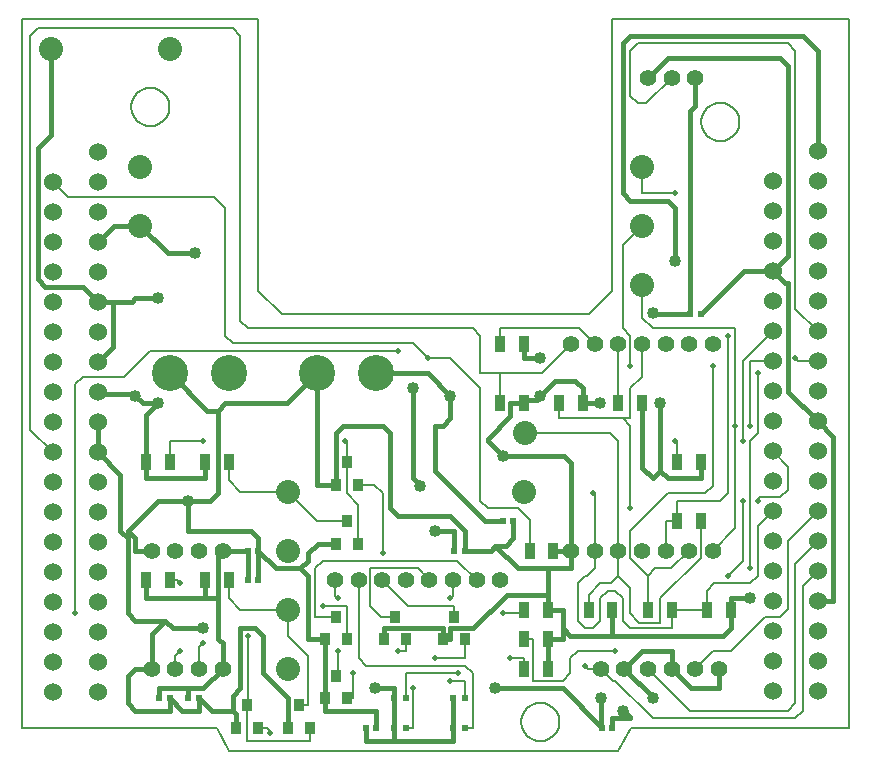
<source format=gbr>
G04 PROTEUS GERBER X2 FILE*
%TF.GenerationSoftware,Labcenter,Proteus,8.12-SP0-Build30713*%
%TF.CreationDate,2021-08-02T00:20:26+00:00*%
%TF.FileFunction,Copper,L2,Bot*%
%TF.FilePolarity,Positive*%
%TF.Part,Single*%
%TF.SameCoordinates,{4cff7d1c-7656-49df-93de-6e2fb68f4e0e}*%
%FSLAX45Y45*%
%MOMM*%
G01*
%TA.AperFunction,Conductor*%
%ADD10C,0.381000*%
%ADD11C,0.203200*%
%TA.AperFunction,ViaPad*%
%ADD12C,1.016000*%
%ADD13C,0.508000*%
%TA.AperFunction,ComponentPad*%
%ADD15C,1.524000*%
%TA.AperFunction,ComponentPad*%
%ADD16C,3.048000*%
%TA.AperFunction,WasherPad*%
%ADD19C,1.397000*%
%TA.AperFunction,ComponentPad*%
%ADD70C,2.032000*%
%TA.AperFunction,SMDPad,CuDef*%
%ADD20R,0.939800X1.447800*%
%TA.AperFunction,SMDPad,CuDef*%
%ADD22R,0.889000X1.016000*%
%TA.AperFunction,SMDPad,CuDef*%
%ADD23R,0.609600X0.609600*%
%ADD24R,0.558800X0.609600*%
%TA.AperFunction,Profile*%
%ADD21C,0.203200*%
%TD.AperFunction*%
D10*
X+3627000Y+2682500D02*
X+3627000Y+2809500D01*
X+3500000Y+2555500D02*
X+3500000Y+2174500D01*
X+3924500Y+1750000D01*
X+4070000Y+1750000D01*
X+3000380Y+3000000D02*
X+3436500Y+3000000D01*
X+3627000Y+2809500D01*
X+3500000Y+2555500D02*
X+3563500Y+2555500D01*
X+3627000Y+2619000D01*
X+3627000Y+2682500D01*
X+1150500Y+3635000D02*
X+960000Y+3635000D01*
X+931000Y+3606000D01*
X+769500Y+3606000D01*
X+769500Y+3508000D02*
X+769500Y+3606000D01*
X+5500000Y+500000D02*
X+5500000Y+650500D01*
X+5250500Y+650500D01*
X+5100000Y+500000D01*
X+641000Y+3606000D02*
X+769500Y+3606000D01*
X+641000Y+3606000D02*
X+514000Y+3733000D01*
X+198000Y+3733000D01*
X+134500Y+3796500D01*
X+134500Y+4905000D01*
X+250000Y+5020500D01*
X+250000Y+5750000D01*
X+5500000Y+500000D02*
X+5667000Y+333000D01*
X+5900000Y+333000D01*
X+5900000Y+500000D01*
X+769500Y+3508000D02*
X+769500Y+3226500D01*
X+641000Y+3098000D01*
X+1550000Y+1095000D02*
X+1050000Y+1095000D01*
X+1050000Y+1250000D01*
X+1658500Y+1095000D02*
X+1550000Y+1095000D01*
X+1700000Y+500000D02*
X+1700000Y+714000D01*
X+1658500Y+755500D01*
X+1658500Y+1095000D01*
X+1550000Y+1095000D02*
X+1550000Y+1250000D01*
X+3150000Y+250000D02*
X+3150000Y+333000D01*
X+2992000Y+333000D01*
X+3150000Y+250000D02*
X+3150000Y+0D01*
X+5660000Y+3500000D02*
X+5660000Y+5222500D01*
X+5700000Y+5262500D01*
X+5700000Y+5500000D01*
X+1404500Y+269500D02*
X+1404500Y+333000D01*
X+1700000Y+500000D02*
X+1533000Y+333000D01*
X+1404500Y+333000D01*
X+1160000Y+333000D01*
X+1160000Y+250000D01*
X+1658500Y+1250000D02*
X+1658500Y+1095000D01*
X+5660000Y+3500000D02*
X+5349500Y+3500000D01*
X+5341500Y+3508000D01*
X+1150500Y+2746000D02*
X+1023500Y+2746000D01*
X+960000Y+2809500D01*
X+641000Y+2844000D02*
X+660051Y+2824949D01*
X+944551Y+2824949D01*
X+960000Y+2809500D01*
X+1658500Y+1285500D02*
X+1658500Y+1250000D01*
X+3150000Y+0D02*
X+3150000Y-111500D01*
X+3650000Y+0D02*
X+3650000Y-111500D01*
X+3150000Y-111500D01*
X+2910000Y-111500D01*
X+2910000Y+0D01*
X+3500000Y+1666500D02*
X+3660000Y+1666500D01*
X+3660000Y+1500000D01*
X+1700000Y+1500000D02*
X+1658500Y+1458500D01*
X+1658500Y+1285500D01*
X+1404500Y+269500D02*
X+1404500Y+250000D01*
X+1410000Y+250000D01*
X+1050000Y+2250000D02*
X+1050000Y+2645500D01*
X+1150500Y+2746000D01*
X+1050000Y+2250000D02*
X+1050000Y+2111000D01*
X+1550000Y+2111000D01*
X+1550000Y+2250000D01*
X+1910000Y+1500000D02*
X+1910000Y+1250000D01*
X+3650000Y+0D02*
X+3650000Y+250000D01*
X+1700000Y+1500000D02*
X+1910000Y+1500000D01*
X+3309500Y+2873000D02*
X+3309500Y+2111000D01*
X+3373000Y+2047500D01*
D11*
X+5532000Y+2428500D02*
X+5550000Y+2410500D01*
X+5550000Y+2250000D01*
D10*
X+3562040Y+750000D02*
X+3627000Y+750000D01*
X+3627000Y+841000D01*
X+3817500Y+841000D01*
X+4102770Y+1126270D01*
X+4450000Y+1126270D01*
X+4450000Y+1349000D02*
X+4450000Y+1126270D01*
X+4579500Y+841000D02*
X+4643000Y+777500D01*
X+5000000Y+777500D01*
X+6000000Y+1000000D02*
X+6000000Y+841000D01*
X+5936500Y+777500D01*
X+5000000Y+777500D01*
X+4650000Y+1500000D02*
X+4650000Y+1349000D01*
X+4450000Y+1349000D01*
X+1785500Y+142500D02*
X+1812040Y+115960D01*
X+1812040Y+0D01*
X+1500000Y+250000D02*
X+1607500Y+142500D01*
X+1785500Y+142500D01*
X+6356000Y+3864000D02*
X+6458000Y+3762000D01*
X+6484500Y+3762000D01*
X+6484500Y+2846500D01*
X+6737000Y+2594000D01*
X+4450000Y+1000000D02*
X+4450000Y+1126270D01*
X+4250000Y+2750000D02*
X+4135000Y+2750000D01*
X+4135000Y+2639605D01*
X+3944500Y+2449105D01*
X+3944500Y+2428500D01*
X+4071500Y+2301500D01*
X+1785500Y+206000D02*
X+1785500Y+269500D01*
X+1849000Y+333000D01*
X+1849000Y+841000D01*
X+1976000Y+841000D01*
X+2039500Y+777500D01*
X+2039500Y+460000D01*
X+2250000Y+249500D01*
X+2250000Y+0D01*
X+3562040Y+841000D02*
X+3062040Y+841000D01*
X+3062040Y+750000D01*
X+4250000Y+2750000D02*
X+4250000Y+2777750D01*
X+4357250Y+2777750D01*
X+4389000Y+2809500D01*
X+4450000Y+750000D02*
X+4450000Y+500000D01*
X+3562040Y+750000D02*
X+3562040Y+841000D01*
X+6000000Y+1000000D02*
X+6000000Y+1095000D01*
X+6167000Y+1095000D01*
X+896500Y+1603000D02*
X+896500Y+968000D01*
X+960000Y+904500D01*
X+1214000Y+904500D01*
X+1404500Y+841000D02*
X+1277500Y+841000D01*
X+1214000Y+904500D01*
X+2562040Y+250000D02*
X+2562040Y+142500D01*
X+3000000Y+142500D01*
X+3000000Y+0D01*
X+2357000Y+1349000D02*
X+2420500Y+1412500D01*
X+2420500Y+1476000D01*
X+2504000Y+1559500D01*
X+2656020Y+1559500D01*
X+4750000Y+2750000D02*
X+4750000Y+2873000D01*
X+4686500Y+2936500D01*
X+4516000Y+2936500D01*
X+4389000Y+2809500D01*
X+4450000Y+1000000D02*
X+4579500Y+1000000D01*
X+4579500Y+841000D01*
X+5000000Y+777500D02*
X+5000000Y+1000000D01*
X+896500Y+1666500D02*
X+960000Y+1603000D01*
X+960000Y+1500000D01*
X+1100000Y+1500000D01*
X+4450000Y+750000D02*
X+4579500Y+750000D01*
X+4579500Y+841000D01*
X+4750000Y+2750000D02*
X+4750000Y+2746000D01*
X+4897000Y+2746000D01*
X+5405000Y+2174500D02*
X+5405000Y+2746000D01*
X+5405000Y+2174500D02*
X+5341500Y+2111000D01*
X+5250000Y+2202500D01*
X+5250000Y+2750000D01*
X+6737000Y+2594000D02*
X+6865500Y+2465500D01*
X+6865500Y+1095000D01*
X+641000Y+2336000D02*
X+833000Y+2144000D01*
X+833000Y+1666500D01*
X+896500Y+1603000D01*
X+5659000Y+2111000D02*
X+5468500Y+2111000D01*
X+5405000Y+2174500D01*
X+5659000Y+2111000D02*
X+5750000Y+2111000D01*
X+5750000Y+2250000D01*
X+4650000Y+1500000D02*
X+4650000Y+2238000D01*
X+4586500Y+2301500D01*
X+4071500Y+2301500D01*
X+6356000Y+3864000D02*
X+6114000Y+3864000D01*
X+5750000Y+3500000D01*
X+2500000Y+3000000D02*
X+2246000Y+2746000D01*
X+1722000Y+2746000D01*
X+1658500Y+2682500D01*
X+2500000Y+3000000D02*
X+2500000Y+2059500D01*
X+2656020Y+2059500D01*
X+1785500Y+206000D02*
X+1785500Y+142500D01*
X+1150500Y+841000D02*
X+1214000Y+904500D01*
X+1000000Y+4250000D02*
X+1234000Y+4016000D01*
X+1468000Y+4016000D01*
X+6356000Y+3864000D02*
X+6484500Y+3992500D01*
X+6484500Y+5603500D01*
X+6421000Y+5667000D01*
X+5467000Y+5667000D01*
X+5300000Y+5500000D01*
X+896500Y+1666500D02*
X+896500Y+1603000D01*
X+1250000Y+3000000D02*
X+1567500Y+2682500D01*
X+1658500Y+2682500D01*
X+2562040Y+750000D02*
X+2420500Y+750000D01*
X+2420500Y+1285500D01*
X+2357000Y+1349000D01*
X+4160000Y+1666500D02*
X+4160000Y+1603000D01*
X+4096500Y+1539500D01*
X+4008000Y+1539500D01*
X+2000000Y+1500000D02*
X+2000000Y+1603000D01*
X+1936500Y+1666500D01*
X+1658500Y+1666500D01*
X+1000000Y+4250000D02*
X+777000Y+4250000D01*
X+641000Y+4114000D01*
X+2000000Y+1500000D02*
X+2151000Y+1349000D01*
X+2357000Y+1349000D01*
X+1100000Y+500000D02*
X+960000Y+500000D01*
X+1404500Y+841000D02*
X+1531500Y+841000D01*
X+4198500Y+1349000D02*
X+4008000Y+1539500D01*
X+3750000Y+1500000D02*
X+3968500Y+1500000D01*
X+4008000Y+1539500D01*
X+4450000Y+1349000D02*
X+4389000Y+1349000D01*
X+6737000Y+1070000D02*
X+6865500Y+1070000D01*
X+6865500Y+1095000D01*
X+1658500Y+2682500D02*
X+1658500Y+1984000D01*
X+1595000Y+1920500D01*
X+1404500Y+1920500D01*
X+2562040Y+750000D02*
X+2562040Y+250000D01*
X+1250000Y+250000D02*
X+1250000Y+142500D01*
X+960000Y+142500D01*
X+896500Y+206000D01*
X+896500Y+436500D01*
X+960000Y+500000D01*
X+4389000Y+3127000D02*
X+4250000Y+3127000D01*
X+4250000Y+3250000D01*
X+1404500Y+1666500D02*
X+1658500Y+1666500D01*
X+641000Y+2590000D02*
X+641000Y+2336000D01*
X+1404500Y+1666500D02*
X+1404500Y+1920500D01*
X+4198500Y+1349000D02*
X+4389000Y+1349000D01*
X+1500000Y+250000D02*
X+1500000Y+142500D01*
X+1357500Y+142500D01*
X+1250000Y+250000D01*
X+2656020Y+2059500D02*
X+2656020Y+2492000D01*
X+2719520Y+2555500D01*
X+3055500Y+2555500D01*
X+3119000Y+2492000D01*
X+3119000Y+1857000D01*
X+3182500Y+1793500D01*
X+3627000Y+1793500D01*
X+3750000Y+1670500D01*
X+3750000Y+1500000D01*
X+4650000Y+1500000D02*
X+4500000Y+1500000D01*
X+896500Y+1666500D02*
X+1150500Y+1920500D01*
X+1404500Y+1920500D01*
X+2000000Y+1500000D02*
X+2000000Y+1250000D01*
X+1100000Y+500000D02*
X+1100000Y+790500D01*
X+1150500Y+841000D01*
X+4160000Y+1666500D02*
X+4160000Y+1750000D01*
D11*
X+1341000Y+650500D02*
X+1300000Y+609500D01*
X+1300000Y+500000D01*
X+2250000Y+1000000D02*
X+1849000Y+1000000D01*
X+1750000Y+1099000D01*
X+1750000Y+1250000D01*
X+2250000Y+1000000D02*
X+2250000Y+777500D01*
X+2420500Y+607000D01*
X+2420500Y+190500D01*
X+2343980Y+190500D01*
X+1531500Y+714000D02*
X+1500000Y+682500D01*
X+1500000Y+500000D01*
X+1906020Y+190500D02*
X+1906020Y+206000D01*
X+1912500Y+212480D01*
X+1912500Y+777500D01*
X+1341000Y+1222000D02*
X+1341000Y+1224600D01*
X+1315600Y+1250000D01*
X+1250000Y+1250000D01*
X+1906020Y+190500D02*
X+1906020Y-111500D01*
X+2437960Y-111500D01*
X+2437960Y+0D01*
X+3690500Y+460000D02*
X+3250000Y+460000D01*
X+3250000Y+250000D01*
X+3850000Y+1250000D02*
X+3687500Y+1412500D01*
X+2547500Y+1412500D01*
X+2484000Y+1349000D01*
X+2484000Y+940500D01*
X+2656020Y+940500D01*
X+3627000Y+396500D02*
X+3750000Y+396500D01*
X+3750000Y+250000D01*
X+3627000Y+1095000D02*
X+3650000Y+1118000D01*
X+3650000Y+1250000D01*
X+3450000Y+1250000D02*
X+3351000Y+1349000D01*
X+2950000Y+1349000D01*
X+2950000Y+1031500D01*
X+3041000Y+940500D01*
X+3156020Y+940500D01*
X+3309500Y+333000D02*
X+3309500Y+0D01*
X+3250000Y+0D01*
X+3050000Y+1250000D02*
X+3268500Y+1031500D01*
X+3656020Y+1031500D01*
X+3656020Y+940500D01*
X+2850000Y+1250000D02*
X+2850000Y+587000D01*
X+2913500Y+523500D01*
X+3754000Y+523500D01*
X+3817500Y+460000D01*
X+3817500Y+0D01*
X+3750000Y+0D01*
X+2674500Y+650500D02*
X+2674500Y+478480D01*
X+2656020Y+460000D01*
X+2656020Y+440500D01*
X+2674500Y+1095000D02*
X+2650000Y+1119500D01*
X+2650000Y+1250000D01*
X+5151000Y+3063500D02*
X+5151000Y+3317500D01*
X+5087500Y+3381000D01*
X+5087500Y+4087500D01*
X+5250000Y+4250000D01*
X+5300000Y+1285500D02*
X+5151000Y+1434500D01*
X+5151000Y+1666500D01*
X+5468500Y+1984000D01*
X+5786000Y+1984000D01*
X+5849500Y+2047500D01*
X+5849500Y+3063500D01*
X+5300000Y+1285500D02*
X+5363500Y+1349000D01*
X+5499000Y+1349000D01*
X+5650000Y+1500000D01*
X+5300000Y+1285500D02*
X+5300000Y+1000000D01*
X+5550000Y+1750000D02*
X+5550000Y+1920500D01*
X+5913000Y+1920500D01*
X+5976500Y+1984000D01*
X+5976500Y+3317500D01*
X+5532000Y+4524000D02*
X+5250000Y+4524000D01*
X+5250000Y+4750000D01*
X+5550000Y+1750000D02*
X+5450000Y+1750000D01*
X+5450000Y+1500000D01*
X+6040000Y+2555500D02*
X+6040000Y+1690000D01*
X+5850000Y+1500000D01*
X+6040000Y+2555500D02*
X+6040000Y+3381000D01*
X+5341500Y+3381000D01*
X+5250000Y+3472500D01*
X+5250000Y+3750000D01*
X+2250000Y+2000000D02*
X+1849000Y+2000000D01*
X+1750000Y+2099000D01*
X+1750000Y+2250000D01*
X+2250000Y+2000000D02*
X+2500000Y+1750000D01*
X+2750000Y+1750000D01*
X+2750000Y+2250000D02*
X+2750000Y+1984000D01*
X+2843980Y+1890020D01*
X+2843980Y+1559500D01*
X+1531500Y+2428500D02*
X+1250000Y+2428500D01*
X+1250000Y+2250000D01*
X+2750000Y+2250000D02*
X+2750000Y+2416500D01*
X+2738000Y+2428500D01*
X+3055500Y+1476000D02*
X+3055500Y+1984000D01*
X+2980000Y+2059500D01*
X+2843980Y+2059500D01*
X+6737000Y+3356000D02*
X+6548000Y+3545000D01*
X+6548000Y+5730500D01*
X+6484500Y+5794000D01*
X+5214500Y+5794000D01*
X+5151000Y+5730500D01*
X+5151000Y+5349500D01*
X+5214500Y+5286000D01*
X+5286000Y+5286000D01*
X+5500000Y+5500000D01*
X+6103500Y+2428500D02*
X+6103500Y+3103500D01*
X+6356000Y+3356000D01*
X+6167000Y+2555500D02*
X+6167000Y+3102000D01*
X+6356000Y+3102000D01*
X+5800000Y+1000000D02*
X+5800000Y+1158500D01*
X+5863500Y+1222000D01*
X+6167000Y+1222000D01*
X+6230500Y+1285500D01*
X+6230500Y+1706500D01*
X+6356000Y+1832000D01*
X+4850000Y+1500000D02*
X+4850000Y+1349000D01*
X+4786500Y+1285500D01*
X+4770000Y+1285500D01*
X+4706500Y+1222000D01*
X+4706500Y+904500D01*
X+4770000Y+841000D01*
X+4833500Y+841000D01*
X+4897000Y+904500D01*
X+4897000Y+1095000D01*
X+4960500Y+1158500D01*
X+5024000Y+1158500D01*
X+5087500Y+1095000D01*
X+5087500Y+904500D01*
X+5151000Y+841000D01*
X+5500000Y+841000D01*
X+5500000Y+1000000D01*
X+4850000Y+1500000D02*
X+4850000Y+1967500D01*
X+4833500Y+1984000D01*
X+5500000Y+1000000D02*
X+5500000Y+1000001D01*
X+5595500Y+1000001D01*
X+5595501Y+1000000D01*
X+5800000Y+1000000D01*
X+2801500Y+460000D02*
X+2801500Y+250000D01*
X+2750000Y+250000D01*
X+6548000Y+3127000D02*
X+6573000Y+3102000D01*
X+6737000Y+3102000D01*
X+4900000Y+500000D02*
X+5003500Y+396500D01*
X+5024000Y+396500D01*
X+5341500Y+79000D01*
X+6548000Y+79000D01*
X+6611500Y+142500D01*
X+6611500Y+1198500D01*
X+6737000Y+1324000D01*
X+4071500Y+968000D02*
X+4250000Y+968000D01*
X+4250000Y+1000000D01*
X+4900000Y+500000D02*
X+4793500Y+500000D01*
X+4770000Y+523500D01*
X+5300000Y+500000D02*
X+5657500Y+142500D01*
X+6484500Y+142500D01*
X+6548000Y+206000D01*
X+6548000Y+1389000D01*
X+6737000Y+1578000D01*
X+5024000Y+650500D02*
X+4706500Y+650500D01*
X+4643000Y+587000D01*
X+4643000Y+460000D01*
X+4579500Y+396500D01*
X+4325500Y+396500D01*
X+4325500Y+750000D01*
X+4250000Y+750000D01*
X+4135000Y+587000D02*
X+4250000Y+587000D01*
X+4250000Y+500000D01*
X+5700000Y+500000D02*
X+5850500Y+650500D01*
X+6005310Y+650500D01*
X+6294000Y+939190D01*
X+6421000Y+939190D01*
X+6484500Y+1002690D01*
X+6484500Y+1579500D01*
X+6737000Y+1832000D01*
X+5087500Y+2619000D02*
X+5151000Y+2619000D01*
X+5151000Y+2873000D01*
X+5250000Y+2972000D01*
X+5250000Y+3250000D01*
X+5087500Y+2619000D02*
X+5151000Y+2555500D01*
X+5151000Y+1857000D01*
X+5087500Y+2619000D02*
X+4550000Y+2619000D01*
X+4550000Y+2750000D01*
X+6230500Y+3000000D02*
X+6230500Y+2492000D01*
X+6167000Y+2428500D01*
X+6167000Y+1349000D01*
X+5050000Y+3250000D02*
X+5050000Y+2750000D01*
X+4850000Y+3250000D02*
X+4719000Y+3381000D01*
X+4050000Y+3381000D01*
X+4050000Y+3250000D01*
X+4050000Y+3000000D02*
X+4050000Y+2750000D01*
X+3881000Y+3000000D02*
X+4050000Y+3000000D01*
X+4400000Y+3000000D01*
X+4650000Y+3250000D01*
X+3881000Y+3000000D02*
X+3881000Y+3317500D01*
X+3817500Y+3381000D01*
X+1912500Y+3381000D01*
X+1849000Y+3444500D01*
X+1849000Y+5857500D01*
X+1785500Y+5921000D01*
X+134500Y+5921000D01*
X+71000Y+5857500D01*
X+71000Y+2525000D01*
X+260000Y+2336000D01*
X+3182500Y+650500D02*
X+3250000Y+650500D01*
X+3250000Y+750000D01*
X+2547500Y+1031500D02*
X+2750000Y+1031500D01*
X+2750000Y+750000D01*
X+5050000Y+1500000D02*
X+5050000Y+2428500D01*
X+4978500Y+2500000D01*
X+4262000Y+2500000D01*
X+5050000Y+1285500D02*
X+5151000Y+1184500D01*
X+5151000Y+968000D01*
X+5228345Y+890655D01*
X+5405000Y+890655D01*
X+5405000Y+1095000D01*
X+5750000Y+1440000D01*
X+5750000Y+1750000D01*
X+5050000Y+1500000D02*
X+5050000Y+1285500D01*
X+4986500Y+1222000D01*
X+4897000Y+1222000D01*
X+4800000Y+1125000D01*
X+4800000Y+1000000D01*
X+3436500Y+3127000D02*
X+3627000Y+3127000D01*
X+3881000Y+2873000D01*
X+3881000Y+1920500D01*
X+3944500Y+1857000D01*
X+4198500Y+1857000D01*
X+4300000Y+1755500D01*
X+4300000Y+1500000D01*
X+3436500Y+3127000D02*
X+3309500Y+3254000D01*
X+1785500Y+3254000D01*
X+1722000Y+3317500D01*
X+1722000Y+4397000D01*
X+1624000Y+4495000D01*
X+387000Y+4495000D01*
X+260000Y+4622000D01*
X+3500000Y+587000D02*
X+3750000Y+587000D01*
X+3750000Y+750000D01*
D10*
X+5532000Y+3952500D02*
X+5532000Y+4397000D01*
X+5468500Y+4460500D01*
X+5151000Y+4460500D01*
X+5087500Y+4524000D01*
X+5087500Y+5794000D01*
X+5151000Y+5857500D01*
X+6611500Y+5857500D01*
X+6737000Y+5732000D01*
X+6737000Y+4880000D01*
D11*
X+3182500Y+3190500D02*
X+1087000Y+3190500D01*
X+867500Y+2971000D01*
X+515500Y+2971000D01*
X+452000Y+2907500D01*
X+452000Y+968000D01*
X+6356000Y+2340000D02*
X+6484500Y+2211500D01*
X+6484500Y+2013420D01*
X+6421000Y+1949920D01*
X+6241180Y+1949920D01*
X+6241180Y+1931180D01*
X+6230500Y+1920500D01*
X+6103500Y+1920500D02*
X+6103500Y+1412500D01*
X+5976500Y+1285500D01*
X+2103000Y-48000D02*
X+2103000Y-25400D01*
X+2077600Y+0D01*
X+2000000Y+0D01*
D10*
X+5100000Y+500000D02*
X+5341901Y+258099D01*
X+5341901Y+254399D01*
X+5087500Y+142500D02*
X+5100200Y+142500D01*
X+5151000Y+91700D01*
X+5151000Y+79000D01*
X+5000000Y+79000D01*
X+5000000Y+0D01*
X+5341901Y+254399D02*
X+5341901Y+254324D01*
X+4903782Y+254324D02*
X+4903782Y+6218D01*
X+4910000Y+0D01*
X+4008000Y+333000D02*
X+4577000Y+333000D01*
X+4903782Y+6218D01*
D12*
X+3627000Y+2809500D03*
X+1150500Y+3635000D03*
X+4008000Y+333000D03*
X+2992000Y+333000D03*
X+5341500Y+3508000D03*
X+960000Y+2809500D03*
X+3500000Y+1666500D03*
X+3373000Y+2047500D03*
X+3309500Y+2873000D03*
X+1150500Y+2746000D03*
D13*
X+5532000Y+2428500D03*
D12*
X+6167000Y+1095000D03*
X+5087500Y+142500D03*
X+4897000Y+2746000D03*
X+5405000Y+2746000D03*
X+4071500Y+2301500D03*
X+1468000Y+4016000D03*
X+1531500Y+841000D03*
X+4389000Y+3127000D03*
X+1404500Y+1920500D03*
X+4389000Y+2809500D03*
D13*
X+1341000Y+650500D03*
X+1531500Y+714000D03*
X+1912500Y+777500D03*
X+1341000Y+1222000D03*
X+3690500Y+460000D03*
X+3627000Y+396500D03*
X+3627000Y+1095000D03*
X+3309500Y+333000D03*
X+2674500Y+650500D03*
X+2674500Y+1095000D03*
X+5151000Y+3063500D03*
X+5849500Y+3063500D03*
X+5976500Y+3317500D03*
X+5532000Y+4524000D03*
X+6040000Y+2555500D03*
X+1531500Y+2428500D03*
X+2738000Y+2428500D03*
X+3055500Y+1476000D03*
X+6103500Y+2428500D03*
X+6167000Y+2555500D03*
X+4833500Y+1984000D03*
X+2801500Y+460000D03*
X+6548000Y+3127000D03*
X+4071500Y+968000D03*
X+4770000Y+523500D03*
X+5024000Y+650500D03*
X+4135000Y+587000D03*
X+5151000Y+1857000D03*
X+6167000Y+1349000D03*
X+6230500Y+3000000D03*
X+3182500Y+650500D03*
X+2547500Y+1031500D03*
X+3436500Y+3127000D03*
X+3500000Y+587000D03*
D12*
X+5532000Y+3952500D03*
D13*
X+452000Y+968000D03*
X+3182500Y+3190500D03*
X+6230500Y+1920500D03*
X+6103500Y+1920500D03*
X+5976500Y+1285500D03*
X+2103000Y-48000D03*
D12*
X+5341901Y+254324D03*
X+4903782Y+254324D03*
D15*
X+641000Y+4876000D03*
X+260000Y+4622000D03*
X+641000Y+4622000D03*
X+260000Y+4368000D03*
X+641000Y+4368000D03*
X+260000Y+4114000D03*
X+641000Y+4114000D03*
X+260000Y+3860000D03*
X+641000Y+3860000D03*
X+260000Y+3606000D03*
X+641000Y+3606000D03*
X+260000Y+3352000D03*
X+641000Y+3352000D03*
X+260000Y+3098000D03*
X+641000Y+3098000D03*
X+260000Y+2844000D03*
X+641000Y+2844000D03*
X+260000Y+2590000D03*
X+641000Y+2590000D03*
X+260000Y+2336000D03*
X+641000Y+2336000D03*
X+260000Y+2082000D03*
X+641000Y+2082000D03*
X+260000Y+1828000D03*
X+641000Y+1828000D03*
X+260000Y+1574000D03*
X+641000Y+1574000D03*
X+260000Y+1320000D03*
X+641000Y+1320000D03*
X+260000Y+1066000D03*
X+641000Y+1066000D03*
X+260000Y+812000D03*
X+641000Y+812000D03*
X+260000Y+558000D03*
X+641000Y+558000D03*
X+260000Y+304000D03*
X+641000Y+304000D03*
X+6737000Y+4880000D03*
X+6356000Y+4626000D03*
X+6737000Y+4626000D03*
X+6356000Y+4372000D03*
X+6737000Y+4372000D03*
X+6356000Y+4118000D03*
X+6737000Y+4118000D03*
X+6356000Y+3864000D03*
X+6737000Y+3864000D03*
X+6356000Y+3610000D03*
X+6737000Y+3610000D03*
X+6356000Y+3356000D03*
X+6737000Y+3356000D03*
X+6356000Y+3102000D03*
X+6737000Y+3102000D03*
X+6356000Y+2848000D03*
X+6737000Y+2848000D03*
X+6356000Y+2594000D03*
X+6737000Y+2594000D03*
X+6356000Y+2340000D03*
X+6737000Y+2340000D03*
X+6356000Y+2086000D03*
X+6737000Y+2086000D03*
X+6356000Y+1832000D03*
X+6737000Y+1832000D03*
X+6356000Y+1578000D03*
X+6737000Y+1578000D03*
X+6356000Y+1324000D03*
X+6737000Y+1324000D03*
X+6356000Y+1070000D03*
X+6737000Y+1070000D03*
X+6356000Y+816000D03*
X+6737000Y+816000D03*
X+6356000Y+562000D03*
X+6737000Y+562000D03*
X+6356000Y+308000D03*
X+6737000Y+308000D03*
D16*
X+1250000Y+3000000D03*
X+1750380Y+3000000D03*
X+2500000Y+3000000D03*
X+3000380Y+3000000D03*
D19*
X+5900000Y+500000D03*
X+5700000Y+500000D03*
X+5500000Y+500000D03*
X+5300000Y+500000D03*
X+5100000Y+500000D03*
X+4900000Y+500000D03*
X+5850000Y+1500000D03*
X+5650000Y+1500000D03*
X+5450000Y+1500000D03*
X+5250000Y+1500000D03*
X+5050000Y+1500000D03*
X+4850000Y+1500000D03*
X+4650000Y+1500000D03*
X+5850000Y+3250000D03*
X+5650000Y+3250000D03*
X+5450000Y+3250000D03*
X+5250000Y+3250000D03*
X+5050000Y+3250000D03*
X+4850000Y+3250000D03*
X+4650000Y+3250000D03*
X+1700000Y+1500000D03*
X+1500000Y+1500000D03*
X+1300000Y+1500000D03*
X+1100000Y+1500000D03*
X+1700000Y+500000D03*
X+1500000Y+500000D03*
X+1300000Y+500000D03*
X+1100000Y+500000D03*
X+4050000Y+1250000D03*
X+3850000Y+1250000D03*
X+3650000Y+1250000D03*
X+3450000Y+1250000D03*
X+3250000Y+1250000D03*
X+3050000Y+1250000D03*
X+2850000Y+1250000D03*
X+2650000Y+1250000D03*
X+5700000Y+5500000D03*
X+5500000Y+5500000D03*
X+5300000Y+5500000D03*
D70*
X+250000Y+5750000D03*
X+1250000Y+5750000D03*
X+1000000Y+4750000D03*
X+1000000Y+4250000D03*
X+2250000Y+2000000D03*
X+2250000Y+1500000D03*
X+2250000Y+1000000D03*
X+2250000Y+500000D03*
X+4262000Y+2500000D03*
X+4250000Y+2000000D03*
D20*
X+4450000Y+1000000D03*
X+4250000Y+1000000D03*
X+4450000Y+750000D03*
X+4250000Y+750000D03*
X+4450000Y+500000D03*
X+4250000Y+500000D03*
X+4750000Y+2750000D03*
X+4550000Y+2750000D03*
X+5250000Y+2750000D03*
X+5050000Y+2750000D03*
X+4250000Y+3250000D03*
X+4050000Y+3250000D03*
X+4250000Y+2750000D03*
X+4050000Y+2750000D03*
X+1250000Y+2250000D03*
X+1050000Y+2250000D03*
X+1750000Y+2250000D03*
X+1550000Y+2250000D03*
X+1250000Y+1250000D03*
X+1050000Y+1250000D03*
X+1750000Y+1250000D03*
X+1550000Y+1250000D03*
D22*
X+2750000Y+2250000D03*
X+2843980Y+2059500D03*
X+2656020Y+2059500D03*
X+2750000Y+1750000D03*
X+2843980Y+1559500D03*
X+2656020Y+1559500D03*
X+1906020Y+190500D03*
X+2000000Y+0D03*
X+1812040Y+0D03*
X+2343980Y+190500D03*
X+2437960Y+0D03*
X+2250000Y+0D03*
D23*
X+5000000Y+0D03*
X+4910000Y+0D03*
X+2000000Y+1500000D03*
X+1910000Y+1500000D03*
X+2000000Y+1250000D03*
X+1910000Y+1250000D03*
X+1500000Y+250000D03*
X+1410000Y+250000D03*
X+1250000Y+250000D03*
X+1160000Y+250000D03*
D20*
X+5750000Y+2250000D03*
X+5550000Y+2250000D03*
X+5750000Y+1750000D03*
X+5550000Y+1750000D03*
X+5000000Y+1000000D03*
X+4800000Y+1000000D03*
X+5500000Y+1000000D03*
X+5300000Y+1000000D03*
X+6000000Y+1000000D03*
X+5800000Y+1000000D03*
D23*
X+4160000Y+1750000D03*
X+4070000Y+1750000D03*
X+5750000Y+3500000D03*
X+5660000Y+3500000D03*
D22*
X+2656020Y+940500D03*
X+2750000Y+750000D03*
X+2562040Y+750000D03*
X+3156020Y+940500D03*
X+3250000Y+750000D03*
X+3062040Y+750000D03*
X+3656020Y+940500D03*
X+3750000Y+750000D03*
X+3562040Y+750000D03*
X+2656020Y+440500D03*
X+2750000Y+250000D03*
X+2562040Y+250000D03*
D20*
X+4500000Y+1500000D03*
X+4300000Y+1500000D03*
D24*
X+3250000Y+250000D03*
X+3150000Y+250000D03*
X+3750000Y+250000D03*
X+3650000Y+250000D03*
X+3250000Y+0D03*
X+3150000Y+0D03*
X+3750000Y+0D03*
X+3650000Y+0D03*
D23*
X+3000000Y+0D03*
X+2910000Y+0D03*
D70*
X+5250000Y+4750000D03*
X+5250000Y+4250000D03*
X+5250000Y+3750000D03*
D23*
X+3750000Y+1500000D03*
X+3660000Y+1500000D03*
D21*
X+0Y+0D02*
X+1650000Y+0D01*
X+7000000Y+0D02*
X+7000000Y+6000000D01*
X+5000000Y+6000000D01*
X+5000000Y+3700000D01*
X+4800000Y+3500000D01*
X+2200000Y+3500000D01*
X+2000000Y+3700000D02*
X+2000000Y+6000000D01*
X+0Y+6000000D01*
X+0Y+0D01*
X+2000000Y+3700000D02*
X+2200000Y+3500000D01*
X+5160000Y+0D02*
X+7000000Y+0D01*
X+1750000Y-200000D02*
X+5050000Y-200000D01*
X+1650000Y+0D02*
X+1750000Y-200000D01*
X+5160000Y+0D02*
X+5050000Y-200000D01*
X+4550045Y+50000D02*
X+4549508Y+63142D01*
X+4545144Y+89427D01*
X+4536029Y+115712D01*
X+4521182Y+141997D01*
X+4498470Y+168118D01*
X+4472185Y+187898D01*
X+4445900Y+200658D01*
X+4419615Y+208108D01*
X+4393330Y+210987D01*
X+4389000Y+211045D01*
X+4227955Y+50000D02*
X+4228492Y+63142D01*
X+4232856Y+89427D01*
X+4241971Y+115712D01*
X+4256818Y+141997D01*
X+4279530Y+168118D01*
X+4305815Y+187898D01*
X+4332100Y+200658D01*
X+4358385Y+208108D01*
X+4384670Y+210987D01*
X+4389000Y+211045D01*
X+4227955Y+50000D02*
X+4228492Y+36858D01*
X+4232856Y+10573D01*
X+4241971Y-15712D01*
X+4256818Y-41997D01*
X+4279530Y-68118D01*
X+4305815Y-87898D01*
X+4332100Y-100658D01*
X+4358385Y-108108D01*
X+4384670Y-110987D01*
X+4389000Y-111045D01*
X+4550045Y+50000D02*
X+4549508Y+36858D01*
X+4545144Y+10573D01*
X+4536029Y-15712D01*
X+4521182Y-41997D01*
X+4498470Y-68118D01*
X+4472185Y-87898D01*
X+4445900Y-100658D01*
X+4419615Y-108108D01*
X+4393330Y-110987D01*
X+4389000Y-111045D01*
X+6074045Y+5130000D02*
X+6073508Y+5143142D01*
X+6069144Y+5169427D01*
X+6060029Y+5195712D01*
X+6045182Y+5221997D01*
X+6022470Y+5248118D01*
X+5996185Y+5267898D01*
X+5969900Y+5280658D01*
X+5943615Y+5288108D01*
X+5917330Y+5290987D01*
X+5913000Y+5291045D01*
X+5751955Y+5130000D02*
X+5752492Y+5143142D01*
X+5756856Y+5169427D01*
X+5765971Y+5195712D01*
X+5780818Y+5221997D01*
X+5803530Y+5248118D01*
X+5829815Y+5267898D01*
X+5856100Y+5280658D01*
X+5882385Y+5288108D01*
X+5908670Y+5290987D01*
X+5913000Y+5291045D01*
X+5751955Y+5130000D02*
X+5752492Y+5116858D01*
X+5756856Y+5090573D01*
X+5765971Y+5064288D01*
X+5780818Y+5038003D01*
X+5803530Y+5011882D01*
X+5829815Y+4992102D01*
X+5856100Y+4979342D01*
X+5882385Y+4971892D01*
X+5908670Y+4969013D01*
X+5913000Y+4968955D01*
X+6074045Y+5130000D02*
X+6073508Y+5116858D01*
X+6069144Y+5090573D01*
X+6060029Y+5064288D01*
X+6045182Y+5038003D01*
X+6022470Y+5011882D01*
X+5996185Y+4992102D01*
X+5969900Y+4979342D01*
X+5943615Y+4971892D01*
X+5917330Y+4969013D01*
X+5913000Y+4968955D01*
X+1248045Y+5257000D02*
X+1247508Y+5270142D01*
X+1243144Y+5296427D01*
X+1234029Y+5322712D01*
X+1219182Y+5348997D01*
X+1196470Y+5375118D01*
X+1170185Y+5394898D01*
X+1143900Y+5407658D01*
X+1117615Y+5415108D01*
X+1091330Y+5417987D01*
X+1087000Y+5418045D01*
X+925955Y+5257000D02*
X+926492Y+5270142D01*
X+930856Y+5296427D01*
X+939971Y+5322712D01*
X+954818Y+5348997D01*
X+977530Y+5375118D01*
X+1003815Y+5394898D01*
X+1030100Y+5407658D01*
X+1056385Y+5415108D01*
X+1082670Y+5417987D01*
X+1087000Y+5418045D01*
X+925955Y+5257000D02*
X+926492Y+5243858D01*
X+930856Y+5217573D01*
X+939971Y+5191288D01*
X+954818Y+5165003D01*
X+977530Y+5138882D01*
X+1003815Y+5119102D01*
X+1030100Y+5106342D01*
X+1056385Y+5098892D01*
X+1082670Y+5096013D01*
X+1087000Y+5095955D01*
X+1248045Y+5257000D02*
X+1247508Y+5243858D01*
X+1243144Y+5217573D01*
X+1234029Y+5191288D01*
X+1219182Y+5165003D01*
X+1196470Y+5138882D01*
X+1170185Y+5119102D01*
X+1143900Y+5106342D01*
X+1117615Y+5098892D01*
X+1091330Y+5096013D01*
X+1087000Y+5095955D01*
M02*

</source>
